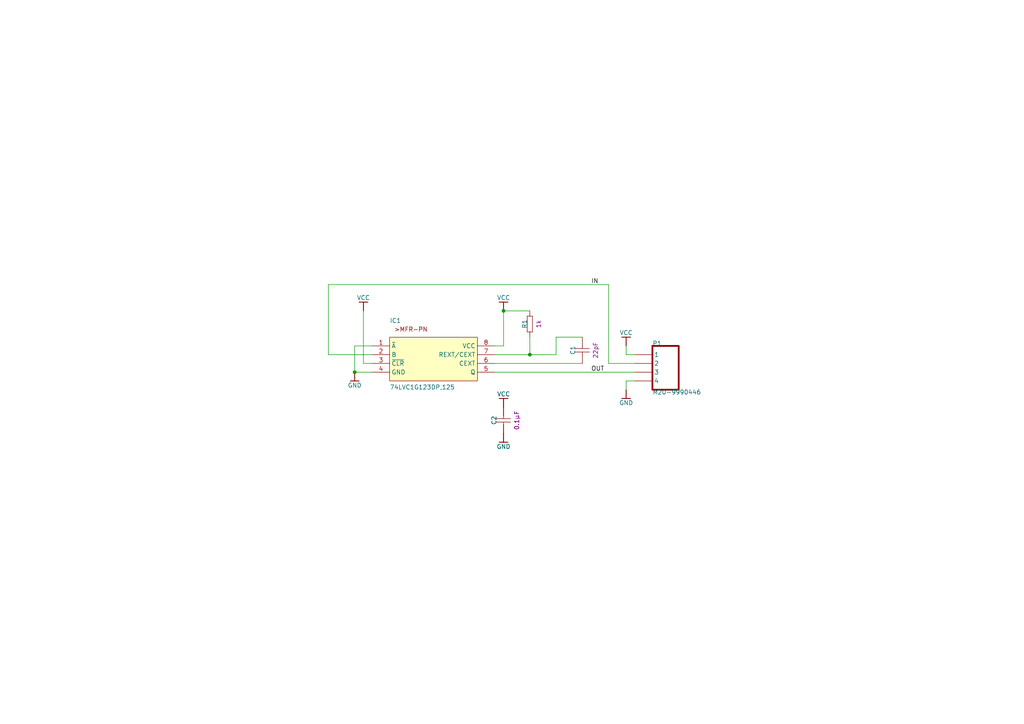
<source format=kicad_sch>
(kicad_sch
	(version 20250114)
	(generator "eeschema")
	(generator_version "9.0")
	(uuid "cac54994-8f6b-47f4-b539-b2c77c465758")
	(paper "A4")
	(title_block
		(title "duration extender")
		(date "2025-08-16")
		(rev "1")
	)
	(lib_symbols
		(symbol "Library:GND_BAR"
			(power)
			(exclude_from_sim no)
			(in_bom yes)
			(on_board yes)
			(property "Reference" "#PWR"
				(at 0 0 0)
				(effects
					(font
						(size 1.27 1.27)
					)
					(hide yes)
				)
			)
			(property "Value" "GND"
				(at 0 -3.81 0)
				(effects
					(font
						(size 1.27 1.27)
					)
				)
			)
			(property "Footprint" ""
				(at 0 0 0)
				(effects
					(font
						(size 1.27 1.27)
					)
					(hide yes)
				)
			)
			(property "Datasheet" ""
				(at 0 0 0)
				(effects
					(font
						(size 1.27 1.27)
					)
					(hide yes)
				)
			)
			(property "Description" "Power symbol creates a global label with name 'GND'"
				(at 0 0 0)
				(effects
					(font
						(size 1.27 1.27)
					)
					(hide yes)
				)
			)
			(property "ki_keywords" "power-flag"
				(at 0 0 0)
				(effects
					(font
						(size 1.27 1.27)
					)
					(hide yes)
				)
			)
			(symbol "GND_BAR_0_0"
				(polyline
					(pts
						(xy -1.27 -2.54) (xy 1.27 -2.54)
					)
					(stroke
						(width 0.254)
						(type solid)
					)
					(fill
						(type none)
					)
				)
				(polyline
					(pts
						(xy 0 0) (xy 0 -2.54)
					)
					(stroke
						(width 0.254)
						(type solid)
					)
					(fill
						(type none)
					)
				)
				(pin power_in line
					(at 0 0 0)
					(length 0)
					(hide yes)
					(name "GND"
						(effects
							(font
								(size 1.27 1.27)
							)
						)
					)
					(number ""
						(effects
							(font
								(size 1.27 1.27)
							)
						)
					)
				)
			)
			(embedded_fonts no)
		)
		(symbol "Library:VCC_BAR"
			(power)
			(exclude_from_sim no)
			(in_bom yes)
			(on_board yes)
			(property "Reference" "#PWR"
				(at 0 0 0)
				(effects
					(font
						(size 1.27 1.27)
					)
					(hide yes)
				)
			)
			(property "Value" "VCC"
				(at 0 -3.81 0)
				(effects
					(font
						(size 1.27 1.27)
					)
				)
			)
			(property "Footprint" ""
				(at 0 0 0)
				(effects
					(font
						(size 1.27 1.27)
					)
					(hide yes)
				)
			)
			(property "Datasheet" ""
				(at 0 0 0)
				(effects
					(font
						(size 1.27 1.27)
					)
					(hide yes)
				)
			)
			(property "Description" "Power symbol creates a global label with name 'VCC'"
				(at 0 0 0)
				(effects
					(font
						(size 1.27 1.27)
					)
					(hide yes)
				)
			)
			(property "ki_keywords" "power-flag"
				(at 0 0 0)
				(effects
					(font
						(size 1.27 1.27)
					)
					(hide yes)
				)
			)
			(symbol "VCC_BAR_0_0"
				(polyline
					(pts
						(xy -1.27 -2.54) (xy 1.27 -2.54)
					)
					(stroke
						(width 0.254)
						(type solid)
					)
					(fill
						(type none)
					)
				)
				(polyline
					(pts
						(xy 0 0) (xy 0 -2.54)
					)
					(stroke
						(width 0.254)
						(type solid)
					)
					(fill
						(type none)
					)
				)
				(pin power_in line
					(at 0 0 0)
					(length 0)
					(hide yes)
					(name "VCC"
						(effects
							(font
								(size 1.27 1.27)
							)
						)
					)
					(number ""
						(effects
							(font
								(size 1.27 1.27)
							)
						)
					)
				)
			)
			(embedded_fonts no)
		)
		(symbol "Library:root_0_74LVC1G123DP,125_74LVC1G123DP,125.SchLib"
			(exclude_from_sim no)
			(in_bom yes)
			(on_board yes)
			(property "Reference" ""
				(at 0 0 0)
				(effects
					(font
						(size 1.27 1.27)
					)
				)
			)
			(property "Value" ""
				(at 0 0 0)
				(effects
					(font
						(size 1.27 1.27)
					)
				)
			)
			(property "Footprint" ""
				(at 0 0 0)
				(effects
					(font
						(size 1.27 1.27)
					)
					(hide yes)
				)
			)
			(property "Datasheet" ""
				(at 0 0 0)
				(effects
					(font
						(size 1.27 1.27)
					)
					(hide yes)
				)
			)
			(property "Description" "Monostable Multivibrator 5.3 ns 8-TSSOP"
				(at 0 0 0)
				(effects
					(font
						(size 1.27 1.27)
					)
					(hide yes)
				)
			)
			(property "ki_fp_filters" "*TSSOP8*"
				(at 0 0 0)
				(effects
					(font
						(size 1.27 1.27)
					)
					(hide yes)
				)
			)
			(symbol "root_0_74LVC1G123DP,125_74LVC1G123DP,125.SchLib_1_0"
				(rectangle
					(start 30.48 2.54)
					(end 5.08 -10.16)
					(stroke
						(width 0)
						(type solid)
						(color 128 0 0 1)
					)
					(fill
						(type background)
					)
				)
				(text ">MFR-PN"
					(at 6.35 4.064 0)
					(effects
						(font
							(size 1.27 1.27)
						)
						(justify left bottom)
					)
				)
				(pin bidirectional line
					(at 0 0 0)
					(length 5.08)
					(name "~{A}"
						(effects
							(font
								(size 1.27 1.27)
							)
						)
					)
					(number "1"
						(effects
							(font
								(size 1.27 1.27)
							)
						)
					)
				)
				(pin bidirectional line
					(at 0 -2.54 0)
					(length 5.08)
					(name "B"
						(effects
							(font
								(size 1.27 1.27)
							)
						)
					)
					(number "2"
						(effects
							(font
								(size 1.27 1.27)
							)
						)
					)
				)
				(pin bidirectional line
					(at 0 -5.08 0)
					(length 5.08)
					(name "~{CLR}"
						(effects
							(font
								(size 1.27 1.27)
							)
						)
					)
					(number "3"
						(effects
							(font
								(size 1.27 1.27)
							)
						)
					)
				)
				(pin bidirectional line
					(at 0 -7.62 0)
					(length 5.08)
					(name "GND"
						(effects
							(font
								(size 1.27 1.27)
							)
						)
					)
					(number "4"
						(effects
							(font
								(size 1.27 1.27)
							)
						)
					)
				)
				(pin bidirectional line
					(at 35.56 0 180)
					(length 5.08)
					(name "VCC"
						(effects
							(font
								(size 1.27 1.27)
							)
						)
					)
					(number "8"
						(effects
							(font
								(size 1.27 1.27)
							)
						)
					)
				)
				(pin bidirectional line
					(at 35.56 -2.54 180)
					(length 5.08)
					(name "REXT/CEXT"
						(effects
							(font
								(size 1.27 1.27)
							)
						)
					)
					(number "7"
						(effects
							(font
								(size 1.27 1.27)
							)
						)
					)
				)
				(pin bidirectional line
					(at 35.56 -5.08 180)
					(length 5.08)
					(name "CEXT"
						(effects
							(font
								(size 1.27 1.27)
							)
						)
					)
					(number "6"
						(effects
							(font
								(size 1.27 1.27)
							)
						)
					)
				)
				(pin bidirectional line
					(at 35.56 -7.62 180)
					(length 5.08)
					(name "Q"
						(effects
							(font
								(size 1.27 1.27)
							)
						)
					)
					(number "5"
						(effects
							(font
								(size 1.27 1.27)
							)
						)
					)
				)
			)
			(embedded_fonts no)
		)
		(symbol "Library:root_0_Header 4X1_My_PCB.SchLib"
			(pin_numbers
				(hide yes)
			)
			(exclude_from_sim no)
			(in_bom yes)
			(on_board yes)
			(property "Reference" ""
				(at 0 0 0)
				(effects
					(font
						(size 1.27 1.27)
					)
				)
			)
			(property "Value" ""
				(at 0 0 0)
				(effects
					(font
						(size 1.27 1.27)
					)
				)
			)
			(property "Footprint" ""
				(at 0 0 0)
				(effects
					(font
						(size 1.27 1.27)
					)
					(hide yes)
				)
			)
			(property "Datasheet" ""
				(at 0 0 0)
				(effects
					(font
						(size 1.27 1.27)
					)
					(hide yes)
				)
			)
			(property "Description" "Header, 4-Pin, Single row"
				(at 0 0 0)
				(effects
					(font
						(size 1.27 1.27)
					)
					(hide yes)
				)
			)
			(property "ki_fp_filters" "*HDR1X4*"
				(at 0 0 0)
				(effects
					(font
						(size 1.27 1.27)
					)
					(hide yes)
				)
			)
			(symbol "root_0_Header 4X1_My_PCB.SchLib_1_0"
				(polyline
					(pts
						(xy 5.08 0) (xy 5.08 -12.7) (xy 12.7 -12.7) (xy 12.7 0) (xy 5.08 0)
					)
					(stroke
						(width 0.508)
						(type solid)
					)
					(fill
						(type none)
					)
				)
				(pin passive line
					(at 0 -2.54 0)
					(length 5.08)
					(name "1"
						(effects
							(font
								(size 1.27 1.27)
							)
						)
					)
					(number "1"
						(effects
							(font
								(size 1.27 1.27)
							)
						)
					)
				)
				(pin passive line
					(at 0 -5.08 0)
					(length 5.08)
					(name "2"
						(effects
							(font
								(size 1.27 1.27)
							)
						)
					)
					(number "2"
						(effects
							(font
								(size 1.27 1.27)
							)
						)
					)
				)
				(pin passive line
					(at 0 -7.62 0)
					(length 5.08)
					(name "3"
						(effects
							(font
								(size 1.27 1.27)
							)
						)
					)
					(number "3"
						(effects
							(font
								(size 1.27 1.27)
							)
						)
					)
				)
				(pin passive line
					(at 0 -10.16 0)
					(length 5.08)
					(name "4"
						(effects
							(font
								(size 1.27 1.27)
							)
						)
					)
					(number "4"
						(effects
							(font
								(size 1.27 1.27)
							)
						)
					)
				)
			)
			(embedded_fonts no)
		)
		(symbol "Library:root_1_Capacitor_Capacitor_AB.DBLib"
			(pin_numbers
				(hide yes)
			)
			(pin_names
				(hide yes)
			)
			(exclude_from_sim no)
			(in_bom yes)
			(on_board yes)
			(property "Reference" ""
				(at 0 0 0)
				(effects
					(font
						(size 1.27 1.27)
					)
				)
			)
			(property "Value" ""
				(at 0 0 0)
				(effects
					(font
						(size 1.27 1.27)
					)
				)
			)
			(property "Footprint" ""
				(at 0 0 0)
				(effects
					(font
						(size 1.27 1.27)
					)
					(hide yes)
				)
			)
			(property "Datasheet" ""
				(at 0 0 0)
				(effects
					(font
						(size 1.27 1.27)
					)
					(hide yes)
				)
			)
			(property "Description" "CAP, CERM, 0402, 0.1 µF, 16 V, ± 10%, X7R"
				(at 0 0 0)
				(effects
					(font
						(size 1.27 1.27)
					)
					(hide yes)
				)
			)
			(property "ki_fp_filters" "*CAPC1005X55N*"
				(at 0 0 0)
				(effects
					(font
						(size 1.27 1.27)
					)
					(hide yes)
				)
			)
			(symbol "root_1_Capacitor_Capacitor_AB.DBLib_1_0"
				(polyline
					(pts
						(xy -2.032 4.318) (xy 2.032 4.318)
					)
					(stroke
						(width 0)
						(type solid)
					)
					(fill
						(type none)
					)
				)
				(polyline
					(pts
						(xy 0 5.08) (xy 0 4.318)
					)
					(stroke
						(width 0)
						(type solid)
					)
					(fill
						(type none)
					)
				)
				(polyline
					(pts
						(xy 0 2.54) (xy 0 3.302)
					)
					(stroke
						(width 0)
						(type solid)
					)
					(fill
						(type none)
					)
				)
				(polyline
					(pts
						(xy 2.032 3.302) (xy -2.032 3.302)
					)
					(stroke
						(width 0)
						(type solid)
					)
					(fill
						(type none)
					)
				)
				(pin passive line
					(at 0 7.62 270)
					(length 2.54)
					(name "2"
						(effects
							(font
								(size 1.27 1.27)
							)
						)
					)
					(number "2"
						(effects
							(font
								(size 1.27 1.27)
							)
						)
					)
				)
				(pin passive line
					(at 0 0 90)
					(length 2.54)
					(name "1"
						(effects
							(font
								(size 1.27 1.27)
							)
						)
					)
					(number "1"
						(effects
							(font
								(size 1.27 1.27)
							)
						)
					)
				)
			)
			(embedded_fonts no)
		)
		(symbol "Library:root_1_Resistor_Resistor_AB.DbLib"
			(pin_numbers
				(hide yes)
			)
			(pin_names
				(hide yes)
			)
			(exclude_from_sim no)
			(in_bom yes)
			(on_board yes)
			(property "Reference" ""
				(at 0 0 0)
				(effects
					(font
						(size 1.27 1.27)
					)
				)
			)
			(property "Value" ""
				(at 0 0 0)
				(effects
					(font
						(size 1.27 1.27)
					)
				)
			)
			(property "Footprint" ""
				(at 0 0 0)
				(effects
					(font
						(size 1.27 1.27)
					)
					(hide yes)
				)
			)
			(property "Datasheet" ""
				(at 0 0 0)
				(effects
					(font
						(size 1.27 1.27)
					)
					(hide yes)
				)
			)
			(property "Description" "RES, 1 kohm, 50 V, 0402, 100 mW"
				(at 0 0 0)
				(effects
					(font
						(size 1.27 1.27)
					)
					(hide yes)
				)
			)
			(property "ki_fp_filters" "*RESC1005X04L*"
				(at 0 0 0)
				(effects
					(font
						(size 1.27 1.27)
					)
					(hide yes)
				)
			)
			(symbol "root_1_Resistor_Resistor_AB.DbLib_1_0"
				(polyline
					(pts
						(xy -0.762 6.096) (xy -0.762 1.524)
					)
					(stroke
						(width 0)
						(type solid)
					)
					(fill
						(type none)
					)
				)
				(polyline
					(pts
						(xy -0.762 1.524) (xy 0.762 1.524)
					)
					(stroke
						(width 0)
						(type solid)
					)
					(fill
						(type none)
					)
				)
				(polyline
					(pts
						(xy 0.762 6.096) (xy -0.762 6.096)
					)
					(stroke
						(width 0)
						(type solid)
					)
					(fill
						(type none)
					)
				)
				(polyline
					(pts
						(xy 0.762 1.524) (xy 0.762 6.096)
					)
					(stroke
						(width 0)
						(type solid)
					)
					(fill
						(type none)
					)
				)
				(pin passive line
					(at 0 7.62 270)
					(length 1.524)
					(name "2"
						(effects
							(font
								(size 1.27 1.27)
							)
						)
					)
					(number "2"
						(effects
							(font
								(size 1.27 1.27)
							)
						)
					)
				)
				(pin passive line
					(at 0 0 90)
					(length 1.524)
					(name "1"
						(effects
							(font
								(size 1.27 1.27)
							)
						)
					)
					(number "1"
						(effects
							(font
								(size 1.27 1.27)
							)
						)
					)
				)
			)
			(embedded_fonts no)
		)
		(symbol "root_1_Capacitor_Capacitor_AB.DBLib_1"
			(pin_numbers
				(hide yes)
			)
			(pin_names
				(hide yes)
			)
			(exclude_from_sim no)
			(in_bom yes)
			(on_board yes)
			(property "Reference" ""
				(at 0 0 0)
				(effects
					(font
						(size 1.27 1.27)
					)
				)
			)
			(property "Value" ""
				(at 0 0 0)
				(effects
					(font
						(size 1.27 1.27)
					)
				)
			)
			(property "Footprint" ""
				(at 0 0 0)
				(effects
					(font
						(size 1.27 1.27)
					)
					(hide yes)
				)
			)
			(property "Datasheet" ""
				(at 0 0 0)
				(effects
					(font
						(size 1.27 1.27)
					)
					(hide yes)
				)
			)
			(property "Description" "CAP, CERM, 0402, 22 pF, 50 V, ± 1%, C0G"
				(at 0 0 0)
				(effects
					(font
						(size 1.27 1.27)
					)
					(hide yes)
				)
			)
			(property "ki_fp_filters" "*CAPC1005X55N*"
				(at 0 0 0)
				(effects
					(font
						(size 1.27 1.27)
					)
					(hide yes)
				)
			)
			(symbol "root_1_Capacitor_Capacitor_AB.DBLib_1_1_0"
				(polyline
					(pts
						(xy -2.032 4.318) (xy 2.032 4.318)
					)
					(stroke
						(width 0)
						(type solid)
					)
					(fill
						(type none)
					)
				)
				(polyline
					(pts
						(xy 0 5.08) (xy 0 4.318)
					)
					(stroke
						(width 0)
						(type solid)
					)
					(fill
						(type none)
					)
				)
				(polyline
					(pts
						(xy 0 2.54) (xy 0 3.302)
					)
					(stroke
						(width 0)
						(type solid)
					)
					(fill
						(type none)
					)
				)
				(polyline
					(pts
						(xy 2.032 3.302) (xy -2.032 3.302)
					)
					(stroke
						(width 0)
						(type solid)
					)
					(fill
						(type none)
					)
				)
				(pin passive line
					(at 0 7.62 270)
					(length 2.54)
					(name "2"
						(effects
							(font
								(size 1.27 1.27)
							)
						)
					)
					(number "2"
						(effects
							(font
								(size 1.27 1.27)
							)
						)
					)
				)
				(pin passive line
					(at 0 0 90)
					(length 2.54)
					(name "1"
						(effects
							(font
								(size 1.27 1.27)
							)
						)
					)
					(number "1"
						(effects
							(font
								(size 1.27 1.27)
							)
						)
					)
				)
			)
			(embedded_fonts no)
		)
	)
	(junction
		(at 153.67 102.87)
		(diameter 0)
		(color 0 0 0 0)
		(uuid "c962660b-17fb-4857-bdfc-01f0fcae6b95")
	)
	(junction
		(at 146.05 90.17)
		(diameter 0)
		(color 0 0 0 0)
		(uuid "d179f7d2-e30b-4ecf-a7de-5c93e688be76")
	)
	(junction
		(at 102.87 107.95)
		(diameter 0)
		(color 0 0 0 0)
		(uuid "f6fcf274-23ba-4dcf-b21d-0e6071cfb836")
	)
	(wire
		(pts
			(xy 161.29 97.79) (xy 168.91 97.79)
		)
		(stroke
			(width 0)
			(type default)
		)
		(uuid "15c049ec-4152-4d9c-8807-cc367a8147a1")
	)
	(wire
		(pts
			(xy 143.51 102.87) (xy 153.67 102.87)
		)
		(stroke
			(width 0)
			(type default)
		)
		(uuid "1610234f-e74c-4e3f-bee0-e6a9e5b685f2")
	)
	(wire
		(pts
			(xy 176.53 82.55) (xy 176.53 105.41)
		)
		(stroke
			(width 0)
			(type default)
		)
		(uuid "25579583-139a-4468-b54a-424541c31dcf")
	)
	(wire
		(pts
			(xy 176.53 105.41) (xy 184.15 105.41)
		)
		(stroke
			(width 0)
			(type default)
		)
		(uuid "2d87c6ed-a165-4304-b0aa-d6619e865c50")
	)
	(wire
		(pts
			(xy 102.87 107.95) (xy 107.95 107.95)
		)
		(stroke
			(width 0)
			(type default)
		)
		(uuid "34447f18-ff32-4e36-ac4f-7f1ad1df2971")
	)
	(wire
		(pts
			(xy 184.15 110.49) (xy 181.61 110.49)
		)
		(stroke
			(width 0)
			(type default)
		)
		(uuid "36fa6a23-8136-4b76-a7b3-538b123a17bc")
	)
	(wire
		(pts
			(xy 95.25 102.87) (xy 95.25 82.55)
		)
		(stroke
			(width 0)
			(type default)
		)
		(uuid "3b001570-3d03-4286-9a43-780df489fe9d")
	)
	(wire
		(pts
			(xy 181.61 102.87) (xy 181.61 100.33)
		)
		(stroke
			(width 0)
			(type default)
		)
		(uuid "3cf6f1c4-c402-4162-ad33-c73a11f4f3d8")
	)
	(wire
		(pts
			(xy 181.61 110.49) (xy 181.61 113.03)
		)
		(stroke
			(width 0)
			(type default)
		)
		(uuid "3f038024-eb52-4fe8-bd03-adb3d58e71dc")
	)
	(wire
		(pts
			(xy 107.95 100.33) (xy 102.87 100.33)
		)
		(stroke
			(width 0)
			(type default)
		)
		(uuid "4884e99a-4130-4227-adb1-2390723f1d3d")
	)
	(wire
		(pts
			(xy 107.95 105.41) (xy 105.41 105.41)
		)
		(stroke
			(width 0)
			(type default)
		)
		(uuid "4fd1c0b3-391c-4ab3-9efe-d11776da0f1c")
	)
	(wire
		(pts
			(xy 95.25 82.55) (xy 176.53 82.55)
		)
		(stroke
			(width 0)
			(type default)
		)
		(uuid "580b1228-10f4-49cb-bd9c-c26fd78e0f61")
	)
	(wire
		(pts
			(xy 153.67 102.87) (xy 161.29 102.87)
		)
		(stroke
			(width 0)
			(type default)
		)
		(uuid "7640a1f1-41f0-4563-b1ea-88ab6aefbc0b")
	)
	(wire
		(pts
			(xy 153.67 102.87) (xy 153.67 97.79)
		)
		(stroke
			(width 0)
			(type default)
		)
		(uuid "9292676e-cdf7-4001-8719-ef8c458a282c")
	)
	(wire
		(pts
			(xy 102.87 100.33) (xy 102.87 107.95)
		)
		(stroke
			(width 0)
			(type default)
		)
		(uuid "92a49da1-9633-44d0-a6ef-2ba7162a195b")
	)
	(wire
		(pts
			(xy 184.15 102.87) (xy 181.61 102.87)
		)
		(stroke
			(width 0)
			(type default)
		)
		(uuid "9dae4d43-90cd-4f4d-8928-772b2b3d03a5")
	)
	(wire
		(pts
			(xy 146.05 100.33) (xy 146.05 90.17)
		)
		(stroke
			(width 0)
			(type default)
		)
		(uuid "9f12012b-33d8-47a9-b0d5-e06c5f234178")
	)
	(wire
		(pts
			(xy 143.51 100.33) (xy 146.05 100.33)
		)
		(stroke
			(width 0)
			(type default)
		)
		(uuid "a0eed3f7-c32a-4d24-b443-c40a0f524743")
	)
	(wire
		(pts
			(xy 143.51 107.95) (xy 184.15 107.95)
		)
		(stroke
			(width 0)
			(type default)
		)
		(uuid "a342f767-f95b-4d45-b6d0-e7be4def3152")
	)
	(wire
		(pts
			(xy 161.29 102.87) (xy 161.29 97.79)
		)
		(stroke
			(width 0)
			(type default)
		)
		(uuid "d39ff1dd-ca3f-42cc-a794-ca4fa2a2da47")
	)
	(wire
		(pts
			(xy 105.41 105.41) (xy 105.41 90.17)
		)
		(stroke
			(width 0)
			(type default)
		)
		(uuid "d9bea99e-db58-46a2-8404-ea0b29923ab7")
	)
	(wire
		(pts
			(xy 146.05 90.17) (xy 153.67 90.17)
		)
		(stroke
			(width 0)
			(type default)
		)
		(uuid "e91ab553-8521-41ae-bea9-1396c45dd0be")
	)
	(wire
		(pts
			(xy 107.95 102.87) (xy 95.25 102.87)
		)
		(stroke
			(width 0)
			(type default)
		)
		(uuid "f92a2264-6424-4813-865c-ba3dd1a5ea13")
	)
	(wire
		(pts
			(xy 143.51 105.41) (xy 168.91 105.41)
		)
		(stroke
			(width 0)
			(type default)
		)
		(uuid "fe5d4cd8-e10d-4a99-8df6-003543805438")
	)
	(label "IN"
		(at 171.45 82.55 0)
		(effects
			(font
				(size 1.27 1.27)
			)
			(justify left bottom)
		)
		(uuid "29aecfb3-8c2b-4c32-805a-926b5b75e06c")
	)
	(label "OUT"
		(at 171.45 107.95 0)
		(effects
			(font
				(size 1.27 1.27)
			)
			(justify left bottom)
		)
		(uuid "3701a1f7-a601-432c-bf66-5bd5231d3297")
	)
	(symbol
		(lib_id "Library:VCC_BAR")
		(at 146.05 118.11 180)
		(unit 1)
		(exclude_from_sim no)
		(in_bom yes)
		(on_board yes)
		(dnp no)
		(uuid "03638464-997e-4a77-8eb1-30a8d1b6890c")
		(property "Reference" "#PWR?"
			(at 146.05 118.11 0)
			(effects
				(font
					(size 1.27 1.27)
				)
				(hide yes)
			)
		)
		(property "Value" "VCC"
			(at 146.05 114.3 0)
			(effects
				(font
					(size 1.27 1.27)
				)
			)
		)
		(property "Footprint" ""
			(at 146.05 118.11 0)
			(effects
				(font
					(size 1.27 1.27)
				)
			)
		)
		(property "Datasheet" ""
			(at 146.05 118.11 0)
			(effects
				(font
					(size 1.27 1.27)
				)
			)
		)
		(property "Description" ""
			(at 146.05 118.11 0)
			(effects
				(font
					(size 1.27 1.27)
				)
			)
		)
		(pin ""
			(uuid "1ccc953b-0fbf-45cb-8d30-c75ef080e867")
		)
		(instances
			(project ""
				(path "/cac54994-8f6b-47f4-b539-b2c77c465758"
					(reference "#PWR?")
					(unit 1)
				)
			)
		)
	)
	(symbol
		(lib_id "Library:GND_BAR")
		(at 102.87 107.95 0)
		(unit 1)
		(exclude_from_sim no)
		(in_bom yes)
		(on_board yes)
		(dnp no)
		(uuid "0626948e-e9dc-439c-9f02-a39e73b8a196")
		(property "Reference" "#PWR?"
			(at 102.87 107.95 0)
			(effects
				(font
					(size 1.27 1.27)
				)
				(hide yes)
			)
		)
		(property "Value" "GND"
			(at 102.87 111.76 0)
			(effects
				(font
					(size 1.27 1.27)
				)
			)
		)
		(property "Footprint" ""
			(at 102.87 107.95 0)
			(effects
				(font
					(size 1.27 1.27)
				)
			)
		)
		(property "Datasheet" ""
			(at 102.87 107.95 0)
			(effects
				(font
					(size 1.27 1.27)
				)
			)
		)
		(property "Description" ""
			(at 102.87 107.95 0)
			(effects
				(font
					(size 1.27 1.27)
				)
			)
		)
		(pin ""
			(uuid "640f5609-4d95-4b4c-b4c3-5ef8d70b8d7b")
		)
		(instances
			(project ""
				(path "/cac54994-8f6b-47f4-b539-b2c77c465758"
					(reference "#PWR?")
					(unit 1)
				)
			)
		)
	)
	(symbol
		(lib_id "Library:root_1_Resistor_Resistor_AB.DbLib")
		(at 153.67 97.79 0)
		(unit 1)
		(exclude_from_sim no)
		(in_bom yes)
		(on_board yes)
		(dnp no)
		(uuid "0dc6e4fa-2740-47bc-bfa4-ec5ddef9a08c")
		(property "Reference" "R1"
			(at 152.908 93.98 90)
			(effects
				(font
					(size 1.27 1.27)
				)
				(justify bottom)
			)
		)
		(property "Value" "${VALUEDISPLAYED}"
			(at 152.654 89.662 0)
			(effects
				(font
					(size 1.27 1.27)
				)
				(justify left bottom)
				(hide yes)
			)
		)
		(property "Footprint" "RESC1005X04L"
			(at 153.67 97.79 0)
			(effects
				(font
					(size 1.27 1.27)
				)
				(hide yes)
			)
		)
		(property "Datasheet" ""
			(at 153.67 97.79 0)
			(effects
				(font
					(size 1.27 1.27)
				)
				(hide yes)
			)
		)
		(property "Description" "RES, 1 kohm, 50 V, 0402, 100 mW"
			(at 153.67 97.79 0)
			(effects
				(font
					(size 1.27 1.27)
				)
				(hide yes)
			)
		)
		(property "VALUEDISPLAYED" "1k"
			(at 156.972 93.98 90)
			(effects
				(font
					(size 1.27 1.27)
				)
				(justify bottom)
			)
		)
		(property "PART NUMBER" "R0402_1k"
			(at 152.654 89.662 0)
			(effects
				(font
					(size 1.27 1.27)
				)
				(justify left bottom)
				(hide yes)
			)
		)
		(property "CASE" "0402"
			(at 152.654 89.662 0)
			(effects
				(font
					(size 1.27 1.27)
				)
				(justify left bottom)
				(hide yes)
			)
		)
		(property "DESIGNATOR" "R0402_1k"
			(at 152.654 89.662 0)
			(effects
				(font
					(size 1.27 1.27)
				)
				(justify left bottom)
				(hide yes)
			)
		)
		(property "MANUFACTURER" "PANASONIC"
			(at 152.654 89.662 0)
			(effects
				(font
					(size 1.27 1.27)
				)
				(justify left bottom)
				(hide yes)
			)
		)
		(property "MANUFACTURER PART NUMBER" "ERJ-2RKF1001X"
			(at 152.654 89.662 0)
			(effects
				(font
					(size 1.27 1.27)
				)
				(justify left bottom)
				(hide yes)
			)
		)
		(property "MANUFACTURER1" "KOA"
			(at 152.654 89.662 0)
			(effects
				(font
					(size 1.27 1.27)
				)
				(justify left bottom)
				(hide yes)
			)
		)
		(property "MANUFACTURER1 PART NUMBER" "RK73H1ETTP1001F"
			(at 152.654 89.662 0)
			(effects
				(font
					(size 1.27 1.27)
				)
				(justify left bottom)
				(hide yes)
			)
		)
		(property "COMPONENT HEIGHT" "0.4mm"
			(at 152.654 89.662 0)
			(effects
				(font
					(size 1.27 1.27)
				)
				(justify left bottom)
				(hide yes)
			)
		)
		(property "PART DESCRIPTION" "RES, 1 kohm, 50 V, 0402, 100 mW"
			(at 152.654 89.662 0)
			(effects
				(font
					(size 1.27 1.27)
				)
				(justify left bottom)
				(hide yes)
			)
		)
		(property "PIN COUNT" "2"
			(at 152.654 89.662 0)
			(effects
				(font
					(size 1.27 1.27)
				)
				(justify left bottom)
				(hide yes)
			)
		)
		(property "POWER" "0.1W"
			(at 152.654 89.662 0)
			(effects
				(font
					(size 1.27 1.27)
				)
				(justify left bottom)
				(hide yes)
			)
		)
		(property "SMD" "Yes"
			(at 152.654 89.662 0)
			(effects
				(font
					(size 1.27 1.27)
				)
				(justify left bottom)
				(hide yes)
			)
		)
		(property "VALUE" "1000"
			(at 152.654 89.662 0)
			(effects
				(font
					(size 1.27 1.27)
				)
				(justify left bottom)
				(hide yes)
			)
		)
		(property "TC" "±100ppm/°C"
			(at 152.654 89.662 0)
			(effects
				(font
					(size 1.27 1.27)
				)
				(justify left bottom)
				(hide yes)
			)
		)
		(property "SUPPLIER 1" "Farnell"
			(at 152.654 89.662 0)
			(effects
				(font
					(size 1.27 1.27)
				)
				(justify left bottom)
				(hide yes)
			)
		)
		(property "SUPPLIER 2" "RSComponents"
			(at 152.654 89.662 0)
			(effects
				(font
					(size 1.27 1.27)
				)
				(justify left bottom)
				(hide yes)
			)
		)
		(property "SUPPLIER 3" "Digi-Key"
			(at 152.654 89.662 0)
			(effects
				(font
					(size 1.27 1.27)
				)
				(justify left bottom)
				(hide yes)
			)
		)
		(property "SUPPLIER PART NUMBER 1" "2302638"
			(at 152.654 89.662 0)
			(effects
				(font
					(size 1.27 1.27)
				)
				(justify left bottom)
				(hide yes)
			)
		)
		(property "SUPPLIER PART NUMBER 2" ""
			(at 152.654 89.662 0)
			(effects
				(font
					(size 1.27 1.27)
				)
				(justify left bottom)
				(hide yes)
			)
		)
		(property "SUPPLIER PART NUMBER 3" "P1.00KLCT-ND"
			(at 152.654 89.662 0)
			(effects
				(font
					(size 1.27 1.27)
				)
				(justify left bottom)
				(hide yes)
			)
		)
		(property "TOLERANCE" "±1%"
			(at 152.654 89.662 0)
			(effects
				(font
					(size 1.27 1.27)
				)
				(justify left bottom)
				(hide yes)
			)
		)
		(pin "1"
			(uuid "f9e3887d-8761-4156-8678-df1da166e6d7")
		)
		(pin "2"
			(uuid "f809b046-f9af-41a0-aa6c-648df68c3018")
		)
		(instances
			(project ""
				(path "/cac54994-8f6b-47f4-b539-b2c77c465758"
					(reference "R1")
					(unit 1)
				)
			)
		)
	)
	(symbol
		(lib_id "Library:GND_BAR")
		(at 181.61 113.03 0)
		(unit 1)
		(exclude_from_sim no)
		(in_bom yes)
		(on_board yes)
		(dnp no)
		(uuid "21e1a420-4660-48e7-97c8-624ce1d80b2e")
		(property "Reference" "#PWR?"
			(at 181.61 113.03 0)
			(effects
				(font
					(size 1.27 1.27)
				)
				(hide yes)
			)
		)
		(property "Value" "GND"
			(at 181.61 116.84 0)
			(effects
				(font
					(size 1.27 1.27)
				)
			)
		)
		(property "Footprint" ""
			(at 181.61 113.03 0)
			(effects
				(font
					(size 1.27 1.27)
				)
			)
		)
		(property "Datasheet" ""
			(at 181.61 113.03 0)
			(effects
				(font
					(size 1.27 1.27)
				)
			)
		)
		(property "Description" ""
			(at 181.61 113.03 0)
			(effects
				(font
					(size 1.27 1.27)
				)
			)
		)
		(pin ""
			(uuid "4fcdda66-2e4e-41e9-8c59-98abf55ef03c")
		)
		(instances
			(project ""
				(path "/cac54994-8f6b-47f4-b539-b2c77c465758"
					(reference "#PWR?")
					(unit 1)
				)
			)
		)
	)
	(symbol
		(lib_id "Library:root_0_Header 4X1_My_PCB.SchLib")
		(at 184.15 100.33 0)
		(unit 1)
		(exclude_from_sim no)
		(in_bom yes)
		(on_board yes)
		(dnp no)
		(uuid "341ea4e3-3da2-4a60-bf46-9862ae3bbefb")
		(property "Reference" "P1"
			(at 189.23 100.33 0)
			(effects
				(font
					(size 1.27 1.27)
				)
				(justify left bottom)
			)
		)
		(property "Value" "${MANUFACTURER PART NUMBER}"
			(at 189.23 113.03 0)
			(effects
				(font
					(size 1.27 1.27)
				)
				(justify left top)
			)
		)
		(property "Footprint" "HDR1X4"
			(at 184.15 100.33 0)
			(effects
				(font
					(size 1.27 1.27)
				)
				(hide yes)
			)
		)
		(property "Datasheet" ""
			(at 184.15 100.33 0)
			(effects
				(font
					(size 1.27 1.27)
				)
				(hide yes)
			)
		)
		(property "Description" "Header, 4-Pin, Single row"
			(at 184.15 100.33 0)
			(effects
				(font
					(size 1.27 1.27)
				)
				(hide yes)
			)
		)
		(property "CASE" ""
			(at 178.562 97.028 0)
			(effects
				(font
					(size 1.27 1.27)
				)
				(justify left bottom)
				(hide yes)
			)
		)
		(property "MANUFACTURER1 COMPONENTHEIGHT" "6.1mm"
			(at 178.562 97.028 0)
			(effects
				(font
					(size 1.27 1.27)
				)
				(justify left bottom)
				(hide yes)
			)
		)
		(property "MANUFACTURER1 EXAMPLE" "AMP, WE"
			(at 178.562 97.028 0)
			(effects
				(font
					(size 1.27 1.27)
				)
				(justify left bottom)
				(hide yes)
			)
		)
		(property "MANUFACTURER1 PART NUMBER" "826926-4, 61300411121"
			(at 178.562 97.028 0)
			(effects
				(font
					(size 1.27 1.27)
				)
				(justify left bottom)
				(hide yes)
			)
		)
		(property "MANUFACTURER" "HARWIN"
			(at 178.562 97.028 0)
			(effects
				(font
					(size 1.27 1.27)
				)
				(justify left bottom)
				(hide yes)
			)
		)
		(property "MANUFACTURER PART NUMBER" "M20-9990446"
			(at 178.562 97.028 0)
			(effects
				(font
					(size 1.27 1.27)
				)
				(justify left bottom)
				(hide yes)
			)
		)
		(property "PART DESCRIPTION" "Male Vertical Single Row PC Tail"
			(at 178.562 97.028 0)
			(effects
				(font
					(size 1.27 1.27)
				)
				(justify left bottom)
				(hide yes)
			)
		)
		(property "PIN COUNT" "4"
			(at 178.562 97.028 0)
			(effects
				(font
					(size 1.27 1.27)
				)
				(justify left bottom)
				(hide yes)
			)
		)
		(property "SMD" "No"
			(at 178.562 97.028 0)
			(effects
				(font
					(size 1.27 1.27)
				)
				(justify left bottom)
				(hide yes)
			)
		)
		(property "PACKAGEDESCRIPTION" ""
			(at 178.562 97.79 0)
			(effects
				(font
					(size 1.27 1.27)
				)
				(justify left bottom)
				(hide yes)
			)
		)
		(property "PITCH" ""
			(at 178.562 97.79 0)
			(effects
				(font
					(size 1.27 1.27)
				)
				(justify left bottom)
				(hide yes)
			)
		)
		(property "PART NUMBER" ""
			(at 178.562 97.79 0)
			(effects
				(font
					(size 1.27 1.27)
				)
				(justify left bottom)
				(hide yes)
			)
		)
		(property "SUPPLIER 1" "Farnell"
			(at 178.562 97.79 0)
			(effects
				(font
					(size 1.27 1.27)
				)
				(justify left bottom)
				(hide yes)
			)
		)
		(property "SUPPLIER 2" "RSComponents"
			(at 178.562 97.79 0)
			(effects
				(font
					(size 1.27 1.27)
				)
				(justify left bottom)
				(hide yes)
			)
		)
		(property "SUPPLIER 3" "Digi-Key"
			(at 178.562 97.79 0)
			(effects
				(font
					(size 1.27 1.27)
				)
				(justify left bottom)
				(hide yes)
			)
		)
		(property "SUPPLIER PART NUMBER 1" "1022251, 1248142"
			(at 178.562 97.79 0)
			(effects
				(font
					(size 1.27 1.27)
				)
				(justify left bottom)
				(hide yes)
			)
		)
		(property "SUPPLIER PART NUMBER 2" "681-2988,  669-5314"
			(at 178.562 97.79 0)
			(effects
				(font
					(size 1.27 1.27)
				)
				(justify left bottom)
				(hide yes)
			)
		)
		(property "SUPPLIER PART NUMBER 3" ""
			(at 178.562 97.79 0)
			(effects
				(font
					(size 1.27 1.27)
				)
				(justify left bottom)
				(hide yes)
			)
		)
		(property "COMPONENT HEIGHT" ""
			(at 183.642 97.79 0)
			(effects
				(font
					(size 1.27 1.27)
				)
				(justify left bottom)
				(hide yes)
			)
		)
		(pin "1"
			(uuid "b71b8e14-8df7-4cf1-b115-17be23f92a11")
		)
		(pin "2"
			(uuid "e83b434c-c979-4b16-b4a5-6f8258a54b46")
		)
		(pin "4"
			(uuid "19fcff32-ec9c-46a3-b0da-da17be358b15")
		)
		(pin "3"
			(uuid "75e83e14-dcdd-4f37-ba60-51c1c3be2965")
		)
		(instances
			(project ""
				(path "/cac54994-8f6b-47f4-b539-b2c77c465758"
					(reference "P1")
					(unit 1)
				)
			)
		)
	)
	(symbol
		(lib_id "Library:GND_BAR")
		(at 146.05 125.73 0)
		(unit 1)
		(exclude_from_sim no)
		(in_bom yes)
		(on_board yes)
		(dnp no)
		(uuid "72994cb7-b0a1-4ac8-9a78-d8ac5e3b832d")
		(property "Reference" "#PWR?"
			(at 146.05 125.73 0)
			(effects
				(font
					(size 1.27 1.27)
				)
				(hide yes)
			)
		)
		(property "Value" "GND"
			(at 146.05 129.54 0)
			(effects
				(font
					(size 1.27 1.27)
				)
			)
		)
		(property "Footprint" ""
			(at 146.05 125.73 0)
			(effects
				(font
					(size 1.27 1.27)
				)
			)
		)
		(property "Datasheet" ""
			(at 146.05 125.73 0)
			(effects
				(font
					(size 1.27 1.27)
				)
			)
		)
		(property "Description" ""
			(at 146.05 125.73 0)
			(effects
				(font
					(size 1.27 1.27)
				)
			)
		)
		(pin ""
			(uuid "4e873371-aa5f-4887-b91a-e23d67b39bf0")
		)
		(instances
			(project ""
				(path "/cac54994-8f6b-47f4-b539-b2c77c465758"
					(reference "#PWR?")
					(unit 1)
				)
			)
		)
	)
	(symbol
		(lib_id "Library:VCC_BAR")
		(at 146.05 90.17 180)
		(unit 1)
		(exclude_from_sim no)
		(in_bom yes)
		(on_board yes)
		(dnp no)
		(uuid "8a839ec2-8a01-42c6-94f4-781e7802f2cf")
		(property "Reference" "#PWR?"
			(at 146.05 90.17 0)
			(effects
				(font
					(size 1.27 1.27)
				)
				(hide yes)
			)
		)
		(property "Value" "VCC"
			(at 146.05 86.36 0)
			(effects
				(font
					(size 1.27 1.27)
				)
			)
		)
		(property "Footprint" ""
			(at 146.05 90.17 0)
			(effects
				(font
					(size 1.27 1.27)
				)
			)
		)
		(property "Datasheet" ""
			(at 146.05 90.17 0)
			(effects
				(font
					(size 1.27 1.27)
				)
			)
		)
		(property "Description" ""
			(at 146.05 90.17 0)
			(effects
				(font
					(size 1.27 1.27)
				)
			)
		)
		(pin ""
			(uuid "554e0026-9d3b-4e3c-994e-599fc8a106e4")
		)
		(instances
			(project ""
				(path "/cac54994-8f6b-47f4-b539-b2c77c465758"
					(reference "#PWR?")
					(unit 1)
				)
			)
		)
	)
	(symbol
		(lib_id "Library:VCC_BAR")
		(at 181.61 100.33 180)
		(unit 1)
		(exclude_from_sim no)
		(in_bom yes)
		(on_board yes)
		(dnp no)
		(uuid "9d157b04-6619-4d99-aaca-0d5e723f24e6")
		(property "Reference" "#PWR?"
			(at 181.61 100.33 0)
			(effects
				(font
					(size 1.27 1.27)
				)
				(hide yes)
			)
		)
		(property "Value" "VCC"
			(at 181.61 96.52 0)
			(effects
				(font
					(size 1.27 1.27)
				)
			)
		)
		(property "Footprint" ""
			(at 181.61 100.33 0)
			(effects
				(font
					(size 1.27 1.27)
				)
			)
		)
		(property "Datasheet" ""
			(at 181.61 100.33 0)
			(effects
				(font
					(size 1.27 1.27)
				)
			)
		)
		(property "Description" ""
			(at 181.61 100.33 0)
			(effects
				(font
					(size 1.27 1.27)
				)
			)
		)
		(pin ""
			(uuid "978767cb-7529-47a2-8b6f-175e234290dc")
		)
		(instances
			(project ""
				(path "/cac54994-8f6b-47f4-b539-b2c77c465758"
					(reference "#PWR?")
					(unit 1)
				)
			)
		)
	)
	(symbol
		(lib_id "Library:VCC_BAR")
		(at 105.41 90.17 180)
		(unit 1)
		(exclude_from_sim no)
		(in_bom yes)
		(on_board yes)
		(dnp no)
		(uuid "a3a5988b-5f6e-42f1-b26f-992365fae59d")
		(property "Reference" "#PWR?"
			(at 105.41 90.17 0)
			(effects
				(font
					(size 1.27 1.27)
				)
				(hide yes)
			)
		)
		(property "Value" "VCC"
			(at 105.41 86.36 0)
			(effects
				(font
					(size 1.27 1.27)
				)
			)
		)
		(property "Footprint" ""
			(at 105.41 90.17 0)
			(effects
				(font
					(size 1.27 1.27)
				)
			)
		)
		(property "Datasheet" ""
			(at 105.41 90.17 0)
			(effects
				(font
					(size 1.27 1.27)
				)
			)
		)
		(property "Description" ""
			(at 105.41 90.17 0)
			(effects
				(font
					(size 1.27 1.27)
				)
			)
		)
		(pin ""
			(uuid "ea139909-bcaf-45de-b8a0-819e29653554")
		)
		(instances
			(project ""
				(path "/cac54994-8f6b-47f4-b539-b2c77c465758"
					(reference "#PWR?")
					(unit 1)
				)
			)
		)
	)
	(symbol
		(lib_name "root_1_Capacitor_Capacitor_AB.DBLib_1")
		(lib_id "Library:root_1_Capacitor_Capacitor_AB.DBLib_1")
		(at 168.91 105.41 0)
		(unit 1)
		(exclude_from_sim no)
		(in_bom yes)
		(on_board yes)
		(dnp no)
		(uuid "d964af85-ff11-4229-8b2a-c1af98de32bf")
		(property "Reference" "C1"
			(at 166.878 101.6 90)
			(effects
				(font
					(size 1.27 1.27)
				)
				(justify bottom)
			)
		)
		(property "Value" "${VALUEDISPLAYED}"
			(at 166.624 97.282 0)
			(effects
				(font
					(size 1.27 1.27)
				)
				(justify left bottom)
				(hide yes)
			)
		)
		(property "Footprint" "CAPC1005X55N"
			(at 168.91 105.41 0)
			(effects
				(font
					(size 1.27 1.27)
				)
				(hide yes)
			)
		)
		(property "Datasheet" ""
			(at 168.91 105.41 0)
			(effects
				(font
					(size 1.27 1.27)
				)
				(hide yes)
			)
		)
		(property "Description" "CAP, CERM, 0402, 22 pF, 50 V, ± 1%, C0G"
			(at 168.91 105.41 0)
			(effects
				(font
					(size 1.27 1.27)
				)
				(hide yes)
			)
		)
		(property "VALUEDISPLAYED" "22pF"
			(at 173.482 101.6 90)
			(effects
				(font
					(size 1.27 1.27)
				)
				(justify bottom)
			)
		)
		(property "PART NUMBER" "C0402_22pF 50V"
			(at 166.624 97.282 0)
			(effects
				(font
					(size 1.27 1.27)
				)
				(justify left bottom)
				(hide yes)
			)
		)
		(property "CASE" "0402"
			(at 166.624 97.282 0)
			(effects
				(font
					(size 1.27 1.27)
				)
				(justify left bottom)
				(hide yes)
			)
		)
		(property "DESIGNATOR" "C0402_22pF 50V"
			(at 166.624 97.282 0)
			(effects
				(font
					(size 1.27 1.27)
				)
				(justify left bottom)
				(hide yes)
			)
		)
		(property "MANUFACTURER" "Murata Electronics"
			(at 166.624 97.282 0)
			(effects
				(font
					(size 1.27 1.27)
				)
				(justify left bottom)
				(hide yes)
			)
		)
		(property "MANUFACTURER PART NUMBER" "GRM1555C1H220FA01D"
			(at 166.624 97.282 0)
			(effects
				(font
					(size 1.27 1.27)
				)
				(justify left bottom)
				(hide yes)
			)
		)
		(property "COMPONENT HEIGHT" "0.50mm"
			(at 166.624 97.282 0)
			(effects
				(font
					(size 1.27 1.27)
				)
				(justify left bottom)
				(hide yes)
			)
		)
		(property "PART DESCRIPTION" "CAP, CERM, 0402, 22 pF, 50 V, ± 1%, C0G"
			(at 166.624 97.282 0)
			(effects
				(font
					(size 1.27 1.27)
				)
				(justify left bottom)
				(hide yes)
			)
		)
		(property "PIN COUNT" "2"
			(at 166.624 97.282 0)
			(effects
				(font
					(size 1.27 1.27)
				)
				(justify left bottom)
				(hide yes)
			)
		)
		(property "SMD" "Yes"
			(at 166.624 97.282 0)
			(effects
				(font
					(size 1.27 1.27)
				)
				(justify left bottom)
				(hide yes)
			)
		)
		(property "DIELECTRIC" "C0G/NP0"
			(at 166.624 97.282 0)
			(effects
				(font
					(size 1.27 1.27)
				)
				(justify left bottom)
				(hide yes)
			)
		)
		(property "TOLERANCE" "±1%"
			(at 166.624 97.282 0)
			(effects
				(font
					(size 1.27 1.27)
				)
				(justify left bottom)
				(hide yes)
			)
		)
		(property "CAP_F" "0,000000000022"
			(at 166.624 97.282 0)
			(effects
				(font
					(size 1.27 1.27)
				)
				(justify left bottom)
				(hide yes)
			)
		)
		(property "VALUE" "22pF"
			(at 166.624 97.282 0)
			(effects
				(font
					(size 1.27 1.27)
				)
				(justify left bottom)
				(hide yes)
			)
		)
		(property "VOLTAGE" "50V"
			(at 166.624 97.282 0)
			(effects
				(font
					(size 1.27 1.27)
				)
				(justify left bottom)
				(hide yes)
			)
		)
		(property "SUPPLIER 1" "Farnell"
			(at 166.624 97.282 0)
			(effects
				(font
					(size 1.27 1.27)
				)
				(justify left bottom)
				(hide yes)
			)
		)
		(property "SUPPLIER 2" "RSComponents"
			(at 166.624 97.282 0)
			(effects
				(font
					(size 1.27 1.27)
				)
				(justify left bottom)
				(hide yes)
			)
		)
		(property "SUPPLIER 3" "Digi-Key"
			(at 166.624 97.282 0)
			(effects
				(font
					(size 1.27 1.27)
				)
				(justify left bottom)
				(hide yes)
			)
		)
		(property "SUPPLIER PART NUMBER 3" "490-8589-1-ND"
			(at 166.624 97.282 0)
			(effects
				(font
					(size 1.27 1.27)
				)
				(justify left bottom)
				(hide yes)
			)
		)
		(property "SUPPLIER PART NUMBER 1" ""
			(at 164.338 97.282 0)
			(effects
				(font
					(size 1.27 1.27)
				)
				(justify left bottom)
				(hide yes)
			)
		)
		(property "SUPPLIER PART NUMBER 2" ""
			(at 164.338 97.282 0)
			(effects
				(font
					(size 1.27 1.27)
				)
				(justify left bottom)
				(hide yes)
			)
		)
		(pin "1"
			(uuid "97ac903f-adcc-4c48-9100-9c1dc366f993")
		)
		(pin "2"
			(uuid "68442e99-f030-43cf-8437-b3263ccc780e")
		)
		(instances
			(project ""
				(path "/cac54994-8f6b-47f4-b539-b2c77c465758"
					(reference "C1")
					(unit 1)
				)
			)
		)
	)
	(symbol
		(lib_id "Library:root_1_Capacitor_Capacitor_AB.DBLib")
		(at 146.05 125.73 0)
		(unit 1)
		(exclude_from_sim no)
		(in_bom yes)
		(on_board yes)
		(dnp no)
		(uuid "dac52aaa-7215-42ed-9c58-45841bacc9ba")
		(property "Reference" "C2"
			(at 144.018 121.92 90)
			(effects
				(font
					(size 1.27 1.27)
				)
				(justify bottom)
			)
		)
		(property "Value" "${VALUEDISPLAYED}"
			(at 143.764 117.602 0)
			(effects
				(font
					(size 1.27 1.27)
				)
				(justify left bottom)
				(hide yes)
			)
		)
		(property "Footprint" "CAPC1005X55N"
			(at 146.05 125.73 0)
			(effects
				(font
					(size 1.27 1.27)
				)
				(hide yes)
			)
		)
		(property "Datasheet" ""
			(at 146.05 125.73 0)
			(effects
				(font
					(size 1.27 1.27)
				)
				(hide yes)
			)
		)
		(property "Description" "CAP, CERM, 0402, 0.1 µF, 16 V, ± 10%, X7R"
			(at 146.05 125.73 0)
			(effects
				(font
					(size 1.27 1.27)
				)
				(hide yes)
			)
		)
		(property "VALUEDISPLAYED" "0.1µF"
			(at 150.622 121.92 90)
			(effects
				(font
					(size 1.27 1.27)
				)
				(justify bottom)
			)
		)
		(property "PART NUMBER" "C0402_100nF 16V"
			(at 143.764 117.602 0)
			(effects
				(font
					(size 1.27 1.27)
				)
				(justify left bottom)
				(hide yes)
			)
		)
		(property "CASE" "0402"
			(at 143.764 117.602 0)
			(effects
				(font
					(size 1.27 1.27)
				)
				(justify left bottom)
				(hide yes)
			)
		)
		(property "DESIGNATOR" "C0402_100nF 16V"
			(at 143.764 117.602 0)
			(effects
				(font
					(size 1.27 1.27)
				)
				(justify left bottom)
				(hide yes)
			)
		)
		(property "MANUFACTURER" "WALSIN"
			(at 143.764 117.602 0)
			(effects
				(font
					(size 1.27 1.27)
				)
				(justify left bottom)
				(hide yes)
			)
		)
		(property "MANUFACTURER PART NUMBER" "0402B104K160CT"
			(at 143.764 117.602 0)
			(effects
				(font
					(size 1.27 1.27)
				)
				(justify left bottom)
				(hide yes)
			)
		)
		(property "MANUFACTURER1" "Samsung"
			(at 143.764 117.602 0)
			(effects
				(font
					(size 1.27 1.27)
				)
				(justify left bottom)
				(hide yes)
			)
		)
		(property "MANUFACTURER1 PART NUMBER" "CL05B104KO5NNNC"
			(at 143.764 117.602 0)
			(effects
				(font
					(size 1.27 1.27)
				)
				(justify left bottom)
				(hide yes)
			)
		)
		(property "COMPONENT HEIGHT" "0.55mm"
			(at 143.764 117.602 0)
			(effects
				(font
					(size 1.27 1.27)
				)
				(justify left bottom)
				(hide yes)
			)
		)
		(property "PART DESCRIPTION" "CAP, CERM, 0402, 0.1 µF, 16 V, ± 10%, X7R"
			(at 143.764 117.602 0)
			(effects
				(font
					(size 1.27 1.27)
				)
				(justify left bottom)
				(hide yes)
			)
		)
		(property "PIN COUNT" "2"
			(at 143.764 117.602 0)
			(effects
				(font
					(size 1.27 1.27)
				)
				(justify left bottom)
				(hide yes)
			)
		)
		(property "SMD" "Yes"
			(at 143.764 117.602 0)
			(effects
				(font
					(size 1.27 1.27)
				)
				(justify left bottom)
				(hide yes)
			)
		)
		(property "DIELECTRIC" "X7R"
			(at 143.764 117.602 0)
			(effects
				(font
					(size 1.27 1.27)
				)
				(justify left bottom)
				(hide yes)
			)
		)
		(property "TOLERANCE" "±10%"
			(at 143.764 117.602 0)
			(effects
				(font
					(size 1.27 1.27)
				)
				(justify left bottom)
				(hide yes)
			)
		)
		(property "CAP_F" "0,0000001"
			(at 143.764 117.602 0)
			(effects
				(font
					(size 1.27 1.27)
				)
				(justify left bottom)
				(hide yes)
			)
		)
		(property "VALUE" "0.1uF"
			(at 143.764 117.602 0)
			(effects
				(font
					(size 1.27 1.27)
				)
				(justify left bottom)
				(hide yes)
			)
		)
		(property "VOLTAGE" "16V"
			(at 143.764 117.602 0)
			(effects
				(font
					(size 1.27 1.27)
				)
				(justify left bottom)
				(hide yes)
			)
		)
		(property "SUPPLIER 1" "Farnell"
			(at 143.764 117.602 0)
			(effects
				(font
					(size 1.27 1.27)
				)
				(justify left bottom)
				(hide yes)
			)
		)
		(property "SUPPLIER 2" "RSComponents"
			(at 143.764 117.602 0)
			(effects
				(font
					(size 1.27 1.27)
				)
				(justify left bottom)
				(hide yes)
			)
		)
		(property "SUPPLIER 3" "Digi-Key"
			(at 143.764 117.602 0)
			(effects
				(font
					(size 1.27 1.27)
				)
				(justify left bottom)
				(hide yes)
			)
		)
		(property "SUPPLIER PART NUMBER 1" "2496771"
			(at 143.764 117.602 0)
			(effects
				(font
					(size 1.27 1.27)
				)
				(justify left bottom)
				(hide yes)
			)
		)
		(property "SUPPLIER PART NUMBER 3" "1276-1001-1-ND"
			(at 143.764 117.602 0)
			(effects
				(font
					(size 1.27 1.27)
				)
				(justify left bottom)
				(hide yes)
			)
		)
		(property "SUPPLIER PART NUMBER 2" ""
			(at 141.478 117.602 0)
			(effects
				(font
					(size 1.27 1.27)
				)
				(justify left bottom)
				(hide yes)
			)
		)
		(pin "1"
			(uuid "88e57d16-157e-4148-82af-a650700d4736")
		)
		(pin "2"
			(uuid "a1d3adca-c382-40fb-a8cc-b83621609e44")
		)
		(instances
			(project ""
				(path "/cac54994-8f6b-47f4-b539-b2c77c465758"
					(reference "C2")
					(unit 1)
				)
			)
		)
	)
	(symbol
		(lib_id "Library:root_0_74LVC1G123DP,125_74LVC1G123DP,125.SchLib")
		(at 107.95 100.33 0)
		(unit 1)
		(exclude_from_sim no)
		(in_bom yes)
		(on_board yes)
		(dnp no)
		(uuid "dc05b5d3-babc-4c55-ae0f-21af435cc6c8")
		(property "Reference" "IC1"
			(at 113.03 93.726 0)
			(effects
				(font
					(size 1.27 1.27)
				)
				(justify left bottom)
			)
		)
		(property "Value" "74LVC1G123DP,125"
			(at 113.03 113.03 0)
			(effects
				(font
					(size 1.27 1.27)
				)
				(justify left bottom)
			)
		)
		(property "Footprint" "TSSOP8"
			(at 107.95 100.33 0)
			(effects
				(font
					(size 1.27 1.27)
				)
				(hide yes)
			)
		)
		(property "Datasheet" ""
			(at 107.95 100.33 0)
			(effects
				(font
					(size 1.27 1.27)
				)
				(hide yes)
			)
		)
		(property "Description" "Monostable Multivibrator 5.3 ns 8-TSSOP"
			(at 107.95 100.33 0)
			(effects
				(font
					(size 1.27 1.27)
				)
				(hide yes)
			)
		)
		(property "VALUE" "*"
			(at 107.95 100.33 0)
			(effects
				(font
					(size 1.27 1.27)
				)
				(justify left bottom)
				(hide yes)
			)
		)
		(property "COMPONENT HEIGHT" ""
			(at 107.442 91.186 0)
			(effects
				(font
					(size 1.27 1.27)
				)
				(justify left bottom)
				(hide yes)
			)
		)
		(property "CASE" "TSSOP8-8 Nexperia USA Inc."
			(at 107.442 91.186 0)
			(effects
				(font
					(size 1.27 1.27)
				)
				(justify left bottom)
				(hide yes)
			)
		)
		(property "MANUFACTURER" "Nexperia USA"
			(at 107.442 91.186 0)
			(effects
				(font
					(size 1.27 1.27)
				)
				(justify left bottom)
				(hide yes)
			)
		)
		(property "MANUFACTURER PART NUMBER" "74LVC1G123DP,125"
			(at 107.442 91.186 0)
			(effects
				(font
					(size 1.27 1.27)
				)
				(justify left bottom)
				(hide yes)
			)
		)
		(property "PART DESCRIPTION" "Monostable Multivibrator 5.3 ns 8-TSSOP"
			(at 107.442 91.186 0)
			(effects
				(font
					(size 1.27 1.27)
				)
				(justify left bottom)
				(hide yes)
			)
		)
		(property "PART NUMBER" "74LVC1G123DP,125"
			(at 107.442 91.186 0)
			(effects
				(font
					(size 1.27 1.27)
				)
				(justify left bottom)
				(hide yes)
			)
		)
		(property "PIN COUNT" "8"
			(at 107.442 91.186 0)
			(effects
				(font
					(size 1.27 1.27)
				)
				(justify left bottom)
				(hide yes)
			)
		)
		(property "PITCH" ""
			(at 107.442 91.186 0)
			(effects
				(font
					(size 1.27 1.27)
				)
				(justify left bottom)
				(hide yes)
			)
		)
		(property "SMD" "Yes"
			(at 107.442 91.186 0)
			(effects
				(font
					(size 1.27 1.27)
				)
				(justify left bottom)
				(hide yes)
			)
		)
		(property "SUPPLIER 1" "Farnell"
			(at 107.442 91.186 0)
			(effects
				(font
					(size 1.27 1.27)
				)
				(justify left bottom)
				(hide yes)
			)
		)
		(property "SUPPLIER 2" "RSComponents"
			(at 107.442 91.186 0)
			(effects
				(font
					(size 1.27 1.27)
				)
				(justify left bottom)
				(hide yes)
			)
		)
		(property "SUPPLIER 3" "Digi-Key"
			(at 107.442 91.186 0)
			(effects
				(font
					(size 1.27 1.27)
				)
				(justify left bottom)
				(hide yes)
			)
		)
		(property "SUPPLIER PART NUMBER 1" ""
			(at 107.442 91.186 0)
			(effects
				(font
					(size 1.27 1.27)
				)
				(justify left bottom)
				(hide yes)
			)
		)
		(property "SUPPLIER PART NUMBER 2" ""
			(at 107.442 91.186 0)
			(effects
				(font
					(size 1.27 1.27)
				)
				(justify left bottom)
				(hide yes)
			)
		)
		(property "SUPPLIER PART NUMBER 3" "1727-2238-1-ND"
			(at 107.442 91.186 0)
			(effects
				(font
					(size 1.27 1.27)
				)
				(justify left bottom)
				(hide yes)
			)
		)
		(property "PACKAGEDESCRIPTION" ""
			(at 107.442 91.186 0)
			(effects
				(font
					(size 1.27 1.27)
				)
				(justify left bottom)
				(hide yes)
			)
		)
		(pin "5"
			(uuid "182b1dc7-3dca-46de-bc89-14bf601a86c8")
		)
		(pin "6"
			(uuid "1dcc0508-e420-4070-8238-1a3d90512417")
		)
		(pin "4"
			(uuid "b61232cc-eddf-40db-b2d5-9e8791dd7125")
		)
		(pin "1"
			(uuid "65a519d5-5463-406f-86cd-ebbe40b5caa8")
		)
		(pin "8"
			(uuid "6037907c-51b0-4e4f-88bb-64a0ce91d8c5")
		)
		(pin "2"
			(uuid "e5b0ebb4-e617-423e-afe3-cdfd1ae4a5d0")
		)
		(pin "7"
			(uuid "cd8dc58d-096b-41e8-b002-77f5b5c8177a")
		)
		(pin "3"
			(uuid "506386cc-655c-4b79-8557-ba14739d4127")
		)
		(instances
			(project ""
				(path "/cac54994-8f6b-47f4-b539-b2c77c465758"
					(reference "IC1")
					(unit 1)
				)
			)
		)
	)
	(sheet_instances
		(path "/"
			(page "1")
		)
	)
	(embedded_fonts no)
)

</source>
